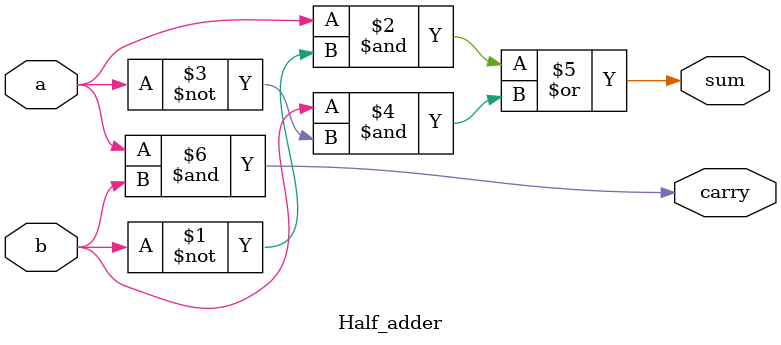
<source format=v>
`timescale 1ns / 1ps

module Half_adder(
    input a,b,
    output sum, carry
    );
    
    assign sum = (a&(~b)) | (b&(~a));
    assign carry = a&b ;

endmodule

</source>
